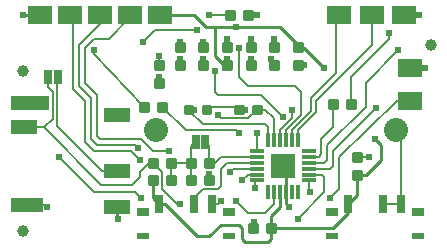
<source format=gtl>
G75*
%MOIN*%
%OFA0B0*%
%FSLAX25Y25*%
%IPPOS*%
%LPD*%
%AMOC8*
5,1,8,0,0,1.08239X$1,22.5*
%
%ADD10C,0.00875*%
%ADD11R,0.01181X0.04724*%
%ADD12R,0.04724X0.01181*%
%ADD13R,0.04724X0.01200*%
%ADD14R,0.08000X0.08000*%
%ADD15R,0.07874X0.05906*%
%ADD16R,0.02756X0.05906*%
%ADD17R,0.03937X0.02362*%
%ADD18R,0.03937X0.03150*%
%ADD19C,0.08000*%
%ADD20R,0.13000X0.05000*%
%ADD21R,0.09000X0.05000*%
%ADD22R,0.11000X0.05000*%
%ADD23C,0.03937*%
%ADD24R,0.02500X0.05000*%
%ADD25C,0.02400*%
%ADD26C,0.00600*%
%ADD27C,0.01100*%
%ADD28C,0.00800*%
D10*
X0050587Y0029638D02*
X0053213Y0029638D01*
X0053213Y0027012D01*
X0050587Y0027012D01*
X0050587Y0029638D01*
X0050587Y0027886D02*
X0053213Y0027886D01*
X0053213Y0028760D02*
X0050587Y0028760D01*
X0050587Y0029634D02*
X0053213Y0029634D01*
X0056587Y0029638D02*
X0059213Y0029638D01*
X0059213Y0027012D01*
X0056587Y0027012D01*
X0056587Y0029638D01*
X0056587Y0027886D02*
X0059213Y0027886D01*
X0059213Y0028760D02*
X0056587Y0028760D01*
X0056587Y0029634D02*
X0059213Y0029634D01*
X0059213Y0032917D02*
X0056587Y0032917D01*
X0056587Y0035543D01*
X0059213Y0035543D01*
X0059213Y0032917D01*
X0059213Y0033791D02*
X0056587Y0033791D01*
X0056587Y0034665D02*
X0059213Y0034665D01*
X0059213Y0035539D02*
X0056587Y0035539D01*
X0053213Y0032917D02*
X0050587Y0032917D01*
X0050587Y0035543D01*
X0053213Y0035543D01*
X0053213Y0032917D01*
X0053213Y0033791D02*
X0050587Y0033791D01*
X0050587Y0034665D02*
X0053213Y0034665D01*
X0053213Y0035539D02*
X0050587Y0035539D01*
X0063382Y0035543D02*
X0066008Y0035543D01*
X0066008Y0032917D01*
X0063382Y0032917D01*
X0063382Y0035543D01*
X0063382Y0033791D02*
X0066008Y0033791D01*
X0066008Y0034665D02*
X0063382Y0034665D01*
X0063382Y0035539D02*
X0066008Y0035539D01*
X0069382Y0035543D02*
X0072008Y0035543D01*
X0072008Y0032917D01*
X0069382Y0032917D01*
X0069382Y0035543D01*
X0069382Y0033791D02*
X0072008Y0033791D01*
X0072008Y0034665D02*
X0069382Y0034665D01*
X0069382Y0035539D02*
X0072008Y0035539D01*
X0072008Y0029638D02*
X0069382Y0029638D01*
X0072008Y0029638D02*
X0072008Y0027012D01*
X0069382Y0027012D01*
X0069382Y0029638D01*
X0069382Y0027886D02*
X0072008Y0027886D01*
X0072008Y0028760D02*
X0069382Y0028760D01*
X0069382Y0029634D02*
X0072008Y0029634D01*
X0066008Y0029638D02*
X0063382Y0029638D01*
X0066008Y0029638D02*
X0066008Y0027012D01*
X0063382Y0027012D01*
X0063382Y0029638D01*
X0063382Y0027886D02*
X0066008Y0027886D01*
X0066008Y0028760D02*
X0063382Y0028760D01*
X0063382Y0029634D02*
X0066008Y0029634D01*
X0084051Y0011264D02*
X0086677Y0011264D01*
X0084051Y0011264D02*
X0084051Y0013890D01*
X0086677Y0013890D01*
X0086677Y0011264D01*
X0086677Y0012138D02*
X0084051Y0012138D01*
X0084051Y0013012D02*
X0086677Y0013012D01*
X0086677Y0013886D02*
X0084051Y0013886D01*
X0090051Y0011264D02*
X0092677Y0011264D01*
X0090051Y0011264D02*
X0090051Y0013890D01*
X0092677Y0013890D01*
X0092677Y0011264D01*
X0092677Y0012138D02*
X0090051Y0012138D01*
X0090051Y0013012D02*
X0092677Y0013012D01*
X0092677Y0013886D02*
X0090051Y0013886D01*
X0118547Y0028933D02*
X0118547Y0031559D01*
X0121173Y0031559D01*
X0121173Y0028933D01*
X0118547Y0028933D01*
X0118547Y0029807D02*
X0121173Y0029807D01*
X0121173Y0030681D02*
X0118547Y0030681D01*
X0118547Y0031555D02*
X0121173Y0031555D01*
X0118547Y0034933D02*
X0118547Y0037559D01*
X0121173Y0037559D01*
X0121173Y0034933D01*
X0118547Y0034933D01*
X0118547Y0035807D02*
X0121173Y0035807D01*
X0121173Y0036681D02*
X0118547Y0036681D01*
X0118547Y0037555D02*
X0121173Y0037555D01*
X0119252Y0055228D02*
X0116626Y0055228D01*
X0119252Y0055228D02*
X0119252Y0052602D01*
X0116626Y0052602D01*
X0116626Y0055228D01*
X0116626Y0053476D02*
X0119252Y0053476D01*
X0119252Y0054350D02*
X0116626Y0054350D01*
X0116626Y0055224D02*
X0119252Y0055224D01*
X0113252Y0055228D02*
X0110626Y0055228D01*
X0113252Y0055228D02*
X0113252Y0052602D01*
X0110626Y0052602D01*
X0110626Y0055228D01*
X0110626Y0053476D02*
X0113252Y0053476D01*
X0113252Y0054350D02*
X0110626Y0054350D01*
X0110626Y0055224D02*
X0113252Y0055224D01*
X0101488Y0065350D02*
X0101488Y0067976D01*
X0101488Y0065350D02*
X0098862Y0065350D01*
X0098862Y0067976D01*
X0101488Y0067976D01*
X0101488Y0066224D02*
X0098862Y0066224D01*
X0098862Y0067098D02*
X0101488Y0067098D01*
X0101488Y0067972D02*
X0098862Y0067972D01*
X0101488Y0071350D02*
X0101488Y0073976D01*
X0101488Y0071350D02*
X0098862Y0071350D01*
X0098862Y0073976D01*
X0101488Y0073976D01*
X0101488Y0072224D02*
X0098862Y0072224D01*
X0098862Y0073098D02*
X0101488Y0073098D01*
X0101488Y0073972D02*
X0098862Y0073972D01*
X0093614Y0073976D02*
X0093614Y0071350D01*
X0090988Y0071350D01*
X0090988Y0073976D01*
X0093614Y0073976D01*
X0093614Y0072224D02*
X0090988Y0072224D01*
X0090988Y0073098D02*
X0093614Y0073098D01*
X0093614Y0073972D02*
X0090988Y0073972D01*
X0085740Y0073976D02*
X0085740Y0071350D01*
X0083114Y0071350D01*
X0083114Y0073976D01*
X0085740Y0073976D01*
X0085740Y0072224D02*
X0083114Y0072224D01*
X0083114Y0073098D02*
X0085740Y0073098D01*
X0085740Y0073972D02*
X0083114Y0073972D01*
X0075240Y0073976D02*
X0075240Y0071350D01*
X0075240Y0073976D02*
X0077866Y0073976D01*
X0077866Y0071350D01*
X0075240Y0071350D01*
X0075240Y0072224D02*
X0077866Y0072224D01*
X0077866Y0073098D02*
X0075240Y0073098D01*
X0075240Y0073972D02*
X0077866Y0073972D01*
X0067366Y0073976D02*
X0067366Y0071350D01*
X0067366Y0073976D02*
X0069992Y0073976D01*
X0069992Y0071350D01*
X0067366Y0071350D01*
X0067366Y0072224D02*
X0069992Y0072224D01*
X0069992Y0073098D02*
X0067366Y0073098D01*
X0067366Y0073972D02*
X0069992Y0073972D01*
X0059492Y0073976D02*
X0059492Y0071350D01*
X0059492Y0073976D02*
X0062118Y0073976D01*
X0062118Y0071350D01*
X0059492Y0071350D01*
X0059492Y0072224D02*
X0062118Y0072224D01*
X0062118Y0073098D02*
X0059492Y0073098D01*
X0059492Y0073972D02*
X0062118Y0073972D01*
X0059492Y0067976D02*
X0059492Y0065350D01*
X0059492Y0067976D02*
X0062118Y0067976D01*
X0062118Y0065350D01*
X0059492Y0065350D01*
X0059492Y0066224D02*
X0062118Y0066224D01*
X0062118Y0067098D02*
X0059492Y0067098D01*
X0059492Y0067972D02*
X0062118Y0067972D01*
X0067366Y0067976D02*
X0067366Y0065350D01*
X0067366Y0067976D02*
X0069992Y0067976D01*
X0069992Y0065350D01*
X0067366Y0065350D01*
X0067366Y0066224D02*
X0069992Y0066224D01*
X0069992Y0067098D02*
X0067366Y0067098D01*
X0067366Y0067972D02*
X0069992Y0067972D01*
X0075240Y0067976D02*
X0075240Y0065350D01*
X0075240Y0067976D02*
X0077866Y0067976D01*
X0077866Y0065350D01*
X0075240Y0065350D01*
X0075240Y0066224D02*
X0077866Y0066224D01*
X0077866Y0067098D02*
X0075240Y0067098D01*
X0075240Y0067972D02*
X0077866Y0067972D01*
X0085740Y0067976D02*
X0085740Y0065350D01*
X0083114Y0065350D01*
X0083114Y0067976D01*
X0085740Y0067976D01*
X0085740Y0066224D02*
X0083114Y0066224D01*
X0083114Y0067098D02*
X0085740Y0067098D01*
X0085740Y0067972D02*
X0083114Y0067972D01*
X0093614Y0067976D02*
X0093614Y0065350D01*
X0090988Y0065350D01*
X0090988Y0067976D01*
X0093614Y0067976D01*
X0093614Y0066224D02*
X0090988Y0066224D01*
X0090988Y0067098D02*
X0093614Y0067098D01*
X0093614Y0067972D02*
X0090988Y0067972D01*
X0087756Y0053260D02*
X0085130Y0053260D01*
X0087756Y0053260D02*
X0087756Y0050634D01*
X0085130Y0050634D01*
X0085130Y0053260D01*
X0085130Y0051508D02*
X0087756Y0051508D01*
X0087756Y0052382D02*
X0085130Y0052382D01*
X0085130Y0053256D02*
X0087756Y0053256D01*
X0081756Y0053260D02*
X0079130Y0053260D01*
X0081756Y0053260D02*
X0081756Y0050634D01*
X0079130Y0050634D01*
X0079130Y0053260D01*
X0079130Y0051508D02*
X0081756Y0051508D01*
X0081756Y0052382D02*
X0079130Y0052382D01*
X0079130Y0053256D02*
X0081756Y0053256D01*
X0071024Y0050634D02*
X0068398Y0050634D01*
X0068398Y0053260D01*
X0071024Y0053260D01*
X0071024Y0050634D01*
X0071024Y0051508D02*
X0068398Y0051508D01*
X0068398Y0052382D02*
X0071024Y0052382D01*
X0071024Y0053256D02*
X0068398Y0053256D01*
X0065024Y0050634D02*
X0062398Y0050634D01*
X0062398Y0053260D01*
X0065024Y0053260D01*
X0065024Y0050634D01*
X0065024Y0051508D02*
X0062398Y0051508D01*
X0062398Y0052382D02*
X0065024Y0052382D01*
X0065024Y0053256D02*
X0062398Y0053256D01*
X0056260Y0051618D02*
X0053634Y0051618D01*
X0053634Y0054244D01*
X0056260Y0054244D01*
X0056260Y0051618D01*
X0056260Y0052492D02*
X0053634Y0052492D01*
X0053634Y0053366D02*
X0056260Y0053366D01*
X0056260Y0054240D02*
X0053634Y0054240D01*
X0050260Y0051618D02*
X0047634Y0051618D01*
X0047634Y0054244D01*
X0050260Y0054244D01*
X0050260Y0051618D01*
X0050260Y0052492D02*
X0047634Y0052492D01*
X0047634Y0053366D02*
X0050260Y0053366D01*
X0050260Y0054240D02*
X0047634Y0054240D01*
X0055228Y0059445D02*
X0055228Y0062071D01*
X0055228Y0059445D02*
X0052602Y0059445D01*
X0052602Y0062071D01*
X0055228Y0062071D01*
X0055228Y0060319D02*
X0052602Y0060319D01*
X0052602Y0061193D02*
X0055228Y0061193D01*
X0055228Y0062067D02*
X0052602Y0062067D01*
X0055228Y0065445D02*
X0055228Y0068071D01*
X0055228Y0065445D02*
X0052602Y0065445D01*
X0052602Y0068071D01*
X0055228Y0068071D01*
X0055228Y0066319D02*
X0052602Y0066319D01*
X0052602Y0067193D02*
X0055228Y0067193D01*
X0055228Y0068067D02*
X0052602Y0068067D01*
X0076177Y0084756D02*
X0078803Y0084756D01*
X0078803Y0082130D01*
X0076177Y0082130D01*
X0076177Y0084756D01*
X0076177Y0083004D02*
X0078803Y0083004D01*
X0078803Y0083878D02*
X0076177Y0083878D01*
X0076177Y0084752D02*
X0078803Y0084752D01*
X0082177Y0084756D02*
X0084803Y0084756D01*
X0084803Y0082130D01*
X0082177Y0082130D01*
X0082177Y0084756D01*
X0082177Y0083004D02*
X0084803Y0083004D01*
X0084803Y0083878D02*
X0082177Y0083878D01*
X0082177Y0084752D02*
X0084803Y0084752D01*
D11*
X0090354Y0041907D03*
X0092254Y0041907D03*
X0094254Y0041907D03*
X0096254Y0041907D03*
X0098254Y0041907D03*
X0100154Y0041907D03*
X0100154Y0024585D03*
X0098254Y0024585D03*
X0096254Y0024585D03*
X0094254Y0024585D03*
X0092254Y0024585D03*
X0090354Y0024585D03*
D12*
X0086593Y0032246D03*
X0086593Y0034246D03*
X0086593Y0036246D03*
X0086593Y0038146D03*
X0103915Y0038146D03*
X0103915Y0036246D03*
X0103915Y0034246D03*
X0103915Y0032246D03*
X0103915Y0030246D03*
X0103915Y0028346D03*
D13*
X0086593Y0028346D03*
X0086593Y0030246D03*
D14*
X0095254Y0033246D03*
D15*
X0137577Y0054900D03*
X0137577Y0065726D03*
X0135608Y0083443D03*
X0124781Y0083443D03*
X0113955Y0083443D03*
X0054250Y0083502D03*
X0044250Y0083502D03*
X0034250Y0083502D03*
X0024250Y0083502D03*
X0014250Y0083502D03*
D16*
X0053915Y0020451D03*
X0065726Y0020451D03*
X0071632Y0020451D03*
X0116907Y0020451D03*
X0128719Y0020451D03*
X0134624Y0020451D03*
D17*
X0140136Y0009624D03*
X0111396Y0009624D03*
X0077144Y0009624D03*
X0048404Y0009624D03*
D18*
X0048404Y0017892D03*
X0077144Y0017892D03*
X0111396Y0017892D03*
X0140136Y0017892D03*
D19*
X0132927Y0045057D03*
X0052927Y0045057D03*
D20*
X0010947Y0053994D03*
D21*
X0008947Y0045994D03*
X0039947Y0049994D03*
X0039947Y0031494D03*
X0039947Y0019494D03*
D22*
X0009947Y0019994D03*
D23*
X0008640Y0011593D03*
X0008640Y0064742D03*
X0144467Y0073600D03*
D24*
X0069317Y0041120D03*
X0066073Y0041120D03*
X0020104Y0062774D03*
X0016861Y0062774D03*
D25*
X0032262Y0071632D03*
X0048502Y0074585D03*
X0053915Y0069663D03*
X0060805Y0068679D03*
X0060805Y0074585D03*
X0066711Y0078522D03*
X0068679Y0074585D03*
X0068679Y0068679D03*
X0072616Y0064742D03*
X0076553Y0068679D03*
X0080490Y0072616D03*
X0076553Y0075569D03*
X0079506Y0079506D03*
X0084427Y0075569D03*
X0092301Y0075569D03*
X0091317Y0068679D03*
X0084427Y0068679D03*
X0102144Y0066711D03*
X0109033Y0065726D03*
X0098207Y0051947D03*
X0095254Y0049486D03*
X0086396Y0044073D03*
X0080490Y0044073D03*
X0073600Y0049978D03*
X0065726Y0051947D03*
X0053915Y0062774D03*
X0082459Y0051947D03*
X0093285Y0035215D03*
X0097222Y0035215D03*
X0097222Y0031278D03*
X0093285Y0031278D03*
X0085904Y0025864D03*
X0081474Y0028325D03*
X0077537Y0031278D03*
X0070648Y0030293D03*
X0074585Y0021435D03*
X0079506Y0021435D03*
X0085411Y0014545D03*
X0097222Y0019467D03*
X0100175Y0015530D03*
X0111002Y0022419D03*
X0104112Y0024388D03*
X0123797Y0036199D03*
X0125766Y0042104D03*
X0126258Y0052439D03*
X0142498Y0065726D03*
X0133640Y0071632D03*
X0130687Y0077537D03*
X0140530Y0083443D03*
X0086396Y0083443D03*
X0070648Y0083443D03*
X0008640Y0083443D03*
X0047026Y0039152D03*
X0047518Y0035215D03*
X0057360Y0038167D03*
X0048010Y0022419D03*
X0040136Y0015530D03*
X0060805Y0020451D03*
X0020451Y0036199D03*
X0016514Y0019467D03*
D26*
X0032262Y0024388D02*
X0020451Y0036199D01*
X0029309Y0041120D02*
X0032262Y0038167D01*
X0044565Y0038167D01*
X0047518Y0035215D01*
X0050470Y0034230D02*
X0047518Y0031278D01*
X0047518Y0029309D01*
X0045057Y0026848D01*
X0034722Y0026848D01*
X0015577Y0045994D01*
X0018482Y0048900D01*
X0018482Y0057852D01*
X0016861Y0059474D01*
X0016861Y0062774D01*
X0019959Y0062427D02*
X0020104Y0062774D01*
X0019959Y0062427D02*
X0019959Y0046533D01*
X0034998Y0031494D01*
X0039947Y0031494D01*
X0046041Y0024388D02*
X0032262Y0024388D01*
X0046041Y0024388D02*
X0048010Y0022419D01*
X0054900Y0025372D02*
X0054900Y0031230D01*
X0051900Y0034230D01*
X0050470Y0034230D01*
X0051947Y0038167D02*
X0048010Y0042104D01*
X0034230Y0042104D01*
X0033246Y0043089D01*
X0033246Y0056868D01*
X0029309Y0060805D01*
X0029309Y0072616D01*
X0032262Y0075569D01*
X0037183Y0075569D01*
X0044250Y0082636D01*
X0044250Y0083502D01*
X0052439Y0078522D02*
X0048502Y0074585D01*
X0052439Y0078522D02*
X0066711Y0078522D01*
X0070648Y0083443D02*
X0077490Y0083443D01*
X0084427Y0075569D02*
X0084427Y0072663D01*
X0080490Y0072616D02*
X0080490Y0062774D01*
X0083443Y0059821D01*
X0099191Y0059821D01*
X0101159Y0057852D01*
X0101159Y0049978D01*
X0096238Y0045057D01*
X0096254Y0045041D01*
X0096254Y0041907D01*
X0098254Y0041907D02*
X0098254Y0045010D01*
X0098207Y0045057D01*
X0104604Y0051455D01*
X0104604Y0055884D01*
X0112970Y0064250D01*
X0112970Y0082459D01*
X0113955Y0083443D01*
X0124781Y0083443D02*
X0124781Y0073600D01*
X0106081Y0054900D01*
X0106081Y0050963D01*
X0100154Y0045036D01*
X0100154Y0041907D01*
X0094270Y0041923D02*
X0094254Y0041907D01*
X0094270Y0041923D02*
X0094270Y0045057D01*
X0098207Y0048994D01*
X0098207Y0051947D01*
X0095254Y0049486D02*
X0087872Y0056868D01*
X0073600Y0056868D01*
X0072616Y0057852D01*
X0072616Y0064742D01*
X0075175Y0065285D02*
X0076553Y0066663D01*
X0076553Y0068679D01*
X0076553Y0066663D02*
X0075616Y0066663D01*
X0068679Y0066663D02*
X0068679Y0068679D01*
X0060805Y0068679D02*
X0060805Y0066663D01*
X0053915Y0062774D02*
X0053915Y0060758D01*
X0054947Y0052931D02*
X0054947Y0052884D01*
X0062774Y0045057D01*
X0079506Y0045057D01*
X0080490Y0044073D01*
X0086396Y0044073D02*
X0086396Y0038343D01*
X0086593Y0038146D01*
X0086593Y0036246D02*
X0074632Y0036246D01*
X0072616Y0034230D01*
X0070695Y0034230D01*
X0070695Y0039742D01*
X0069317Y0041120D01*
X0066073Y0041120D02*
X0064695Y0039742D01*
X0064695Y0034230D01*
X0064695Y0028325D01*
X0068679Y0025372D02*
X0073600Y0025372D01*
X0074585Y0026356D01*
X0074585Y0032262D01*
X0076553Y0034230D01*
X0086577Y0034230D01*
X0086593Y0034246D01*
X0086545Y0036199D02*
X0086593Y0036246D01*
X0086593Y0032246D02*
X0078537Y0032246D01*
X0077537Y0031278D01*
X0081474Y0028325D02*
X0083396Y0030246D01*
X0086593Y0030246D01*
X0086593Y0028346D02*
X0085925Y0028346D01*
X0085904Y0025864D01*
X0092254Y0024585D02*
X0092254Y0020404D01*
X0089348Y0017498D01*
X0083443Y0017498D01*
X0079506Y0021435D01*
X0068679Y0025372D02*
X0065726Y0022419D01*
X0065726Y0020451D01*
X0060805Y0020451D02*
X0059821Y0020451D01*
X0054900Y0025372D01*
X0051947Y0028278D02*
X0051900Y0028325D01*
X0057900Y0028325D02*
X0057900Y0034230D01*
X0064695Y0034230D01*
X0057360Y0038167D02*
X0051947Y0038167D01*
X0047026Y0039152D02*
X0046041Y0040136D01*
X0033246Y0040136D01*
X0031278Y0042104D01*
X0031278Y0055884D01*
X0027341Y0059821D01*
X0027341Y0073600D01*
X0034250Y0080510D01*
X0034250Y0083502D01*
X0025234Y0082596D02*
X0025372Y0073600D01*
X0025372Y0058837D01*
X0029309Y0054900D01*
X0029309Y0041120D01*
X0015577Y0045994D02*
X0008947Y0045994D01*
X0032262Y0070600D02*
X0048947Y0052931D01*
X0063711Y0051947D02*
X0065726Y0051947D01*
X0063711Y0051947D02*
X0068632Y0047026D01*
X0089348Y0047026D01*
X0090333Y0046041D01*
X0090333Y0041929D01*
X0090354Y0041907D01*
X0092254Y0041907D02*
X0092301Y0041955D01*
X0092301Y0048994D01*
X0089348Y0051947D01*
X0086443Y0051947D01*
X0086396Y0051947D01*
X0083443Y0048994D01*
X0074585Y0048994D01*
X0073600Y0049978D01*
X0070648Y0051947D02*
X0071632Y0052931D01*
X0079459Y0052931D01*
X0080443Y0051947D01*
X0082459Y0051947D01*
X0070648Y0051947D02*
X0069711Y0051947D01*
X0069663Y0051994D01*
X0084427Y0066663D02*
X0084427Y0068679D01*
X0091317Y0068679D02*
X0092301Y0066663D01*
X0092301Y0072663D02*
X0092301Y0075569D01*
X0100175Y0073600D02*
X0100175Y0072663D01*
X0100222Y0072616D01*
X0117939Y0062821D02*
X0130687Y0075569D01*
X0130687Y0077537D01*
X0133640Y0071632D02*
X0122813Y0060805D01*
X0122813Y0052931D01*
X0110018Y0040136D01*
X0110018Y0035215D01*
X0109049Y0034246D01*
X0103915Y0034246D01*
X0103931Y0032262D02*
X0103915Y0032246D01*
X0103931Y0032262D02*
X0111002Y0032262D01*
X0111986Y0033246D01*
X0111986Y0038167D01*
X0126258Y0052439D01*
X0133148Y0054900D02*
X0137577Y0054900D01*
X0133148Y0054900D02*
X0113955Y0036199D01*
X0113955Y0025372D01*
X0111002Y0022419D01*
X0109033Y0024388D02*
X0100175Y0015530D01*
X0091317Y0013608D02*
X0091364Y0012577D01*
X0103915Y0024585D02*
X0104112Y0024388D01*
X0103915Y0024585D02*
X0103915Y0028346D01*
X0103915Y0030246D02*
X0108096Y0030246D01*
X0109033Y0029309D01*
X0109033Y0024388D01*
X0107065Y0036199D02*
X0108049Y0037183D01*
X0108049Y0042104D01*
X0111986Y0046041D01*
X0111986Y0053868D01*
X0111939Y0053915D01*
X0117939Y0053915D02*
X0117939Y0062821D01*
X0132927Y0045057D02*
X0134624Y0043360D01*
X0134624Y0020451D01*
X0128719Y0020451D01*
X0107065Y0036199D02*
X0107018Y0036246D01*
X0103915Y0036246D01*
X0032262Y0070600D02*
X0032262Y0071632D01*
X0025234Y0082596D02*
X0024250Y0083502D01*
D27*
X0013128Y0083502D02*
X0008640Y0083443D01*
X0054250Y0083502D02*
X0065667Y0083502D01*
X0069663Y0079506D01*
X0072616Y0079506D01*
X0072616Y0069663D01*
X0075616Y0066663D01*
X0072616Y0079506D02*
X0079506Y0079506D01*
X0094270Y0079506D01*
X0100175Y0073600D01*
X0100222Y0072616D02*
X0102144Y0072616D01*
X0109033Y0065726D01*
X0125766Y0042104D02*
X0127734Y0040136D01*
X0127734Y0035215D01*
X0122766Y0030246D01*
X0119860Y0030246D01*
X0119860Y0023404D01*
X0116907Y0020451D01*
X0116907Y0017498D01*
X0111986Y0012577D01*
X0091364Y0012577D01*
X0091364Y0008687D01*
X0090333Y0007656D01*
X0082459Y0007656D01*
X0081474Y0008640D01*
X0081474Y0012577D01*
X0080490Y0013561D01*
X0074585Y0013561D01*
X0070648Y0009624D01*
X0066711Y0009624D01*
X0055884Y0020451D01*
X0053915Y0020451D01*
X0051947Y0022419D01*
X0051947Y0028278D01*
X0039947Y0019494D02*
X0039947Y0016325D01*
X0040136Y0015530D01*
X0091317Y0016514D02*
X0091317Y0013608D01*
X0091317Y0016514D02*
X0094254Y0019451D01*
X0094254Y0024585D01*
X0096254Y0024585D02*
X0096254Y0020435D01*
X0097222Y0019467D01*
X0096254Y0024585D02*
X0096254Y0033246D01*
D28*
X0095254Y0033246D01*
X0074585Y0021435D02*
X0073600Y0020451D01*
X0071632Y0020451D01*
X0070695Y0028325D02*
X0070648Y0030293D01*
X0085411Y0014545D02*
X0085364Y0013514D01*
X0085364Y0012577D01*
X0119860Y0036246D02*
X0122766Y0036246D01*
X0123797Y0036199D01*
X0137577Y0065726D02*
X0142498Y0065726D01*
X0140530Y0083443D02*
X0135608Y0083443D01*
X0102144Y0066711D02*
X0102096Y0066663D01*
X0100175Y0066663D01*
X0076553Y0072663D02*
X0076553Y0075569D01*
X0068679Y0074585D02*
X0068679Y0072663D01*
X0060805Y0072663D02*
X0060805Y0074585D01*
X0053915Y0069663D02*
X0053915Y0066758D01*
X0083490Y0083443D02*
X0086396Y0083443D01*
X0014250Y0083502D02*
X0013128Y0083502D01*
X0015986Y0019994D02*
X0009947Y0019994D01*
X0015986Y0019994D02*
X0016514Y0019467D01*
M02*

</source>
